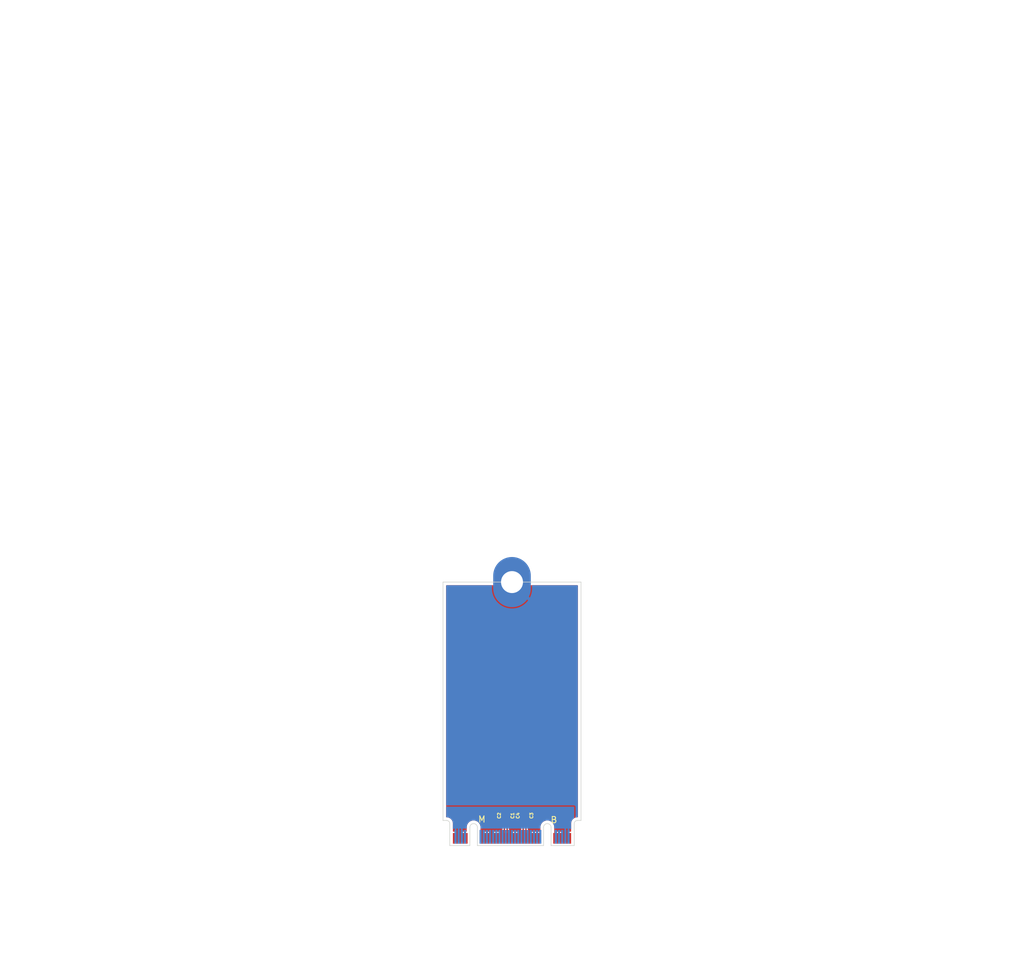
<source format=kicad_pcb>
(kicad_pcb (version 20241229) (generator "pcbnew") (generator_version "9.0")
  (layers (0 "F.Cu" signal) (2 "B.Cu" signal) (13 "F.Paste" user) (15 "B.Paste" user) (5 "F.SilkS" user "F.Silkscreen") (7 "B.SilkS" user "B.Silkscreen") (1 "F.Mask" user) (3 "B.Mask" user) (25 "Edge.Cuts" user))
  (net 0 "")
  (net 1 "/M.2 B+M Key/PET1P")
  (net 2 "/M.2 B+M Key/PET1N")
  (net 3 "/M.2 B+M Key/PET0P")
  (net 4 "/M.2 B+M Key/PET0N")
  (net 5 "/PET0+")
  (net 6 "GND")
  (net 7 "/PET0-")
  (net 8 "/PET1+")
  (net 9 "/CONFIG_3")
  (net 10 "+3.3V")
  (net 11 "/FULL_CARD_PWR_OFF#")
  (net 12 "/USB_D+")
  (net 13 "/W_DISABLE1#")
  (net 14 "/USB_D-")
  (net 15 "/GPIO_9{slash}LED#1")
  (net 16 "/GPIO_5")
  (net 17 "/CONFIG_0")
  (net 18 "/GPIO_6")
  (net 19 "/DPR")
  (net 20 "/GPIO_7")
  (net 21 "/GPIO_11")
  (net 22 "/GPIO_10")
  (net 23 "/GPIO_8")
  (net 24 "/UIM-RESET")
  (net 25 "/UIM-CLK")
  (net 26 "/UIM-DATA")
  (net 27 "/PER1-")
  (net 28 "/UIM-PWR")
  (net 29 "/PER1+")
  (net 30 "/DEVSLP")
  (net 31 "/GPIO_0")
  (net 32 "/GPIO_1")
  (net 33 "/GPIO_2")
  (net 34 "/GPIO_3")
  (net 35 "/PER0-")
  (net 36 "/GPIO_4")
  (net 37 "/PER0+")
  (net 38 "/PERST#")
  (net 39 "/CLKREQ#")
  (net 40 "/REFCLK-")
  (net 41 "/PEWAKE#")
  (net 42 "/REFCLK+")
  (net 45 "/RESET#")
  (net 46 "/SUSCLK")
  (net 47 "/CONFIG_1")
  (net 48 "/CONFIG_2")
  (net 49 "/PET1-")
  (footprint "Athena KiCAd library:M.2 Mounting Pad" (layer "F.Cu") (at 108.51 117.59)
    (property "Reference" "H1")
    (property "Value" "MountingHole_Pad")
    (pad "1" thru_hole circle (at 0 0) (size 5.5 5.5) (drill 3.5) (property pad_prop_castellated) (layers "*.Cu" "*.Mask") (net 6 "GND") (padstack (mode front_inner_back) (layer "Inner" (shape circle) (size 5.5 5.5)) (layer "B.Cu" (shape oval) (size 6 8))))
  )
  (footprint "Capacitor_SMD:C_0201_0603Metric" (layer "F.Cu") (at 110.86 154.82 90)
    (property "Reference" "C3" (at 0 0.75 90) (layer "F.SilkS") (effects (font (size 0.5 0.5))))
    (property "Value" "220nF")
    (pad "1" smd roundrect (at -0.32 0 90) (size 0.46 0.4) (layers "F.Cu" "F.Mask") (net 2 "/M.2 B+M Key/PET1N"))
    (pad "2" smd roundrect (at 0.32 0 90) (size 0.46 0.4) (layers "F.Cu" "F.Mask") (net 49 "/PET1-"))
  )
  (footprint "Capacitor_SMD:C_0201_0603Metric" (layer "F.Cu") (at 110.16 154.82 90)
    (property "Reference" "C4" (at 0 -0.71 90) (layer "F.SilkS") (effects (font (size 0.5 0.5))))
    (property "Value" "220nF")
    (pad "1" smd roundrect (at -0.32 0 90) (size 0.46 0.4) (layers "F.Cu" "F.Mask") (net 1 "/M.2 B+M Key/PET1P"))
    (pad "2" smd roundrect (at 0.32 0 90) (size 0.46 0.4) (layers "F.Cu" "F.Mask") (net 8 "/PET1+"))
  )
  (footprint "PCIexpress:M.2 B+M Key Connector" (layer "F.Cu") (at 108.51 158.48)
    (property "Reference" "J1")
    (property "Value" "~")
    (fp_line (start -11 -2.89) (end -10.425 -2.89) (stroke (width 0.1)) (layer "Edge.Cuts"))
    (fp_line (start -9.925 -2.39) (end -9.925 1.11) (stroke (width 0.1)) (layer "Edge.Cuts"))
    (fp_line (start -6.72 -1.79) (end -6.72 1.11) (stroke (width 0.1)) (layer "Edge.Cuts"))
    (fp_line (start -6.72 1.11) (end -9.925 1.11) (stroke (width 0.1)) (layer "Edge.Cuts"))
    (fp_line (start -5.52 -1.79) (end -5.52 1.11) (stroke (width 0.1)) (layer "Edge.Cuts"))
    (fp_line (start -5.52 1.11) (end 5.03 1.11) (stroke (width 0.1)) (layer "Edge.Cuts"))
    (fp_line (start 5.03 -1.79) (end 5.03 1.11) (stroke (width 0.1)) (layer "Edge.Cuts"))
    (fp_line (start 6.23 -1.79) (end 6.23 1.11) (stroke (width 0.1)) (layer "Edge.Cuts"))
    (fp_line (start 6.23 1.11) (end 9.925 1.11) (stroke (width 0.1)) (layer "Edge.Cuts"))
    (fp_line (start 9.925 -2.39) (end 9.925 1.11) (stroke (width 0.1)) (layer "Edge.Cuts"))
    (fp_line (start 10.425 -2.89) (end 11 -2.89) (stroke (width 0.1)) (layer "Edge.Cuts"))
    (fp_arc (start -10.425 -2.89) (mid -10.071447 -2.743553) (end -9.925 -2.39) (stroke (width 0.1)) (layer "Edge.Cuts"))
    (fp_arc (start -6.72 -1.79) (mid -6.12 -2.39) (end -5.52 -1.79) (stroke (width 0.1)) (layer "Edge.Cuts"))
    (fp_arc (start 5.03 -1.79) (mid 5.63 -2.39) (end 6.23 -1.79) (stroke (width 0.1)) (layer "Edge.Cuts"))
    (fp_arc (start 9.925 -2.39) (mid 10.071447 -2.743553) (end 10.425 -2.89) (stroke (width 0.1)) (layer "Edge.Cuts"))
    (fp_text user "M" (at -5.475 -2.49 0) (layer "F.SilkS") (effects (justify left bottom)))
    (fp_text user "B" (at 6.085 -2.395 0) (layer "F.SilkS") (effects (justify left bottom)))
    (pad "1" smd rect (at 9.25 -0.04 180) (size 0.35 1.7) (layers "F.Cu") (net 9 "/CONFIG_3"))
    (pad "2" smd rect (at 9 -0.29 180) (size 0.35 2.2) (layers "B.Cu") (net 10 "+3.3V"))
    (pad "3" smd rect (at 8.75 -0.04 180) (size 0.35 1.7) (layers "F.Cu") (net 6 "GND"))
    (pad "4" smd rect (at 8.5 -0.29 180) (size 0.35 2.2) (layers "B.Cu") (net 10 "+3.3V"))
    (pad "5" smd rect (at 8.25 -0.04 180) (size 0.35 1.7) (layers "F.Cu") (net 6 "GND"))
    (pad "6" smd rect (at 8 -0.29 180) (size 0.35 2.2) (layers "B.Cu") (net 11 "/FULL_CARD_PWR_OFF#"))
    (pad "7" smd rect (at 7.75 -0.04 180) (size 0.35 1.7) (layers "F.Cu") (net 12 "/USB_D+"))
    (pad "8" smd rect (at 7.5 -0.29 180) (size 0.35 2.2) (layers "B.Cu") (net 13 "/W_DISABLE1#"))
    (pad "9" smd rect (at 7.25 -0.04 180) (size 0.35 1.7) (layers "F.Cu") (net 14 "/USB_D-"))
    (pad "10" smd rect (at 7 -0.29 180) (size 0.35 2.2) (layers "B.Cu") (net 15 "/GPIO_9{slash}LED#1"))
    (pad "11" smd rect (at 6.75 -0.04 180) (size 0.35 1.7) (layers "F.Cu") (net 6 "GND"))
    (pad "20" smd rect (at 4.5 -0.29 180) (size 0.35 2.2) (layers "B.Cu") (net 16 "/GPIO_5"))
    (pad "21" smd rect (at 4.25 -0.04 180) (size 0.35 1.7) (layers "F.Cu") (net 17 "/CONFIG_0"))
    (pad "22" smd rect (at 4 -0.29 180) (size 0.35 2.2) (layers "B.Cu") (net 18 "/GPIO_6"))
    (pad "23" smd rect (at 3.75 -0.04 180) (size 0.35 1.7) (layers "F.Cu") (net 19 "/DPR"))
    (pad "24" smd rect (at 3.5 -0.29 180) (size 0.35 2.2) (layers "B.Cu") (net 20 "/GPIO_7"))
    (pad "25" smd rect (at 3.25 -0.04 180) (size 0.35 1.7) (layers "F.Cu") (net 21 "/GPIO_11"))
    (pad "26" smd rect (at 3 -0.29 180) (size 0.35 2.2) (layers "B.Cu") (net 22 "/GPIO_10"))
    (pad "27" smd rect (at 2.75 -0.04 180) (size 0.35 1.7) (layers "F.Cu") (net 6 "GND"))
    (pad "28" smd rect (at 2.5 -0.29 180) (size 0.35 2.2) (layers "B.Cu") (net 23 "/GPIO_8"))
    (pad "29" smd rect (at 2.25 -0.04 180) (size 0.35 1.7) (layers "F.Cu") (net 2 "/M.2 B+M Key/PET1N"))
    (pad "30" smd rect (at 2 -0.29 180) (size 0.35 2.2) (layers "B.Cu") (net 24 "/UIM-RESET"))
    (pad "31" smd rect (at 1.75 -0.04 180) (size 0.35 1.7) (layers "F.Cu") (net 1 "/M.2 B+M Key/PET1P"))
    (pad "32" smd rect (at 1.5 -0.29 180) (size 0.35 2.2) (layers "B.Cu") (net 25 "/UIM-CLK"))
    (pad "33" smd rect (at 1.25 -0.04 180) (size 0.35 1.7) (layers "F.Cu") (net 6 "GND"))
    (pad "34" smd rect (at 1 -0.29 180) (size 0.35 2.2) (layers "B.Cu") (net 26 "/UIM-DATA"))
    (pad "35" smd rect (at 0.75 -0.04 180) (size 0.35 1.7) (layers "F.Cu") (net 27 "/PER1-"))
    (pad "36" smd rect (at 0.5 -0.29 180) (size 0.35 2.2) (layers "B.Cu") (net 28 "/UIM-PWR"))
    (pad "37" smd rect (at 0.25 -0.04 180) (size 0.35 1.7) (layers "F.Cu") (net 29 "/PER1+"))
    (pad "38" smd rect (at 0 -0.29 180) (size 0.35 2.2) (layers "B.Cu") (net 30 "/DEVSLP"))
    (pad "39" smd rect (at -0.25 -0.04 180) (size 0.35 1.7) (layers "F.Cu") (net 6 "GND"))
    (pad "40" smd rect (at -0.5 -0.29 180) (size 0.35 2.2) (layers "B.Cu") (net 31 "/GPIO_0"))
    (pad "41" smd rect (at -0.75 -0.04 180) (size 0.35 1.7) (layers "F.Cu") (net 4 "/M.2 B+M Key/PET0N"))
    (pad "42" smd rect (at -1 -0.29 180) (size 0.35 2.2) (layers "B.Cu") (net 32 "/GPIO_1"))
    (pad "43" smd rect (at -1.25 -0.04 180) (size 0.35 1.7) (layers "F.Cu") (net 3 "/M.2 B+M Key/PET0P"))
    (pad "44" smd rect (at -1.5 -0.29 180) (size 0.35 2.2) (layers "B.Cu") (net 33 "/GPIO_2"))
    (pad "45" smd rect (at -1.75 -0.04 180) (size 0.35 1.7) (layers "F.Cu") (net 6 "GND"))
    (pad "46" smd rect (at -2 -0.29 180) (size 0.35 2.2) (layers "B.Cu") (net 34 "/GPIO_3"))
    (pad "47" smd rect (at -2.25 -0.04 180) (size 0.35 1.7) (layers "F.Cu") (net 35 "/PER0-"))
    (pad "48" smd rect (at -2.5 -0.29 180) (size 0.35 2.2) (layers "B.Cu") (net 36 "/GPIO_4"))
    (pad "49" smd rect (at -2.75 -0.04 180) (size 0.35 1.7) (layers "F.Cu") (net 37 "/PER0+"))
    (pad "50" smd rect (at -3 -0.29 180) (size 0.35 2.2) (layers "B.Cu") (net 38 "/PERST#"))
    (pad "51" smd rect (at -3.25 -0.04 180) (size 0.35 1.7) (layers "F.Cu") (net 6 "GND"))
    (pad "52" smd rect (at -3.5 -0.29 180) (size 0.35 2.2) (layers "B.Cu") (net 39 "/CLKREQ#"))
    (pad "53" smd rect (at -3.75 -0.04 180) (size 0.35 1.7) (layers "F.Cu") (net 40 "/REFCLK-"))
    (pad "54" smd rect (at -4 -0.29 180) (size 0.35 2.2) (layers "B.Cu") (net 41 "/PEWAKE#"))
    (pad "55" smd rect (at -4.25 -0.04 180) (size 0.35 1.7) (layers "F.Cu") (net 42 "/REFCLK+"))
    (pad "56" smd rect (at -4.5 -0.29 180) (size 0.35 2.2) (layers "B.Cu"))
    (pad "57" smd rect (at -4.75 -0.04 180) (size 0.35 1.7) (layers "F.Cu") (net 6 "GND"))
    (pad "58" smd rect (at -5 -0.29 180) (size 0.35 2.2) (layers "B.Cu"))
    (pad "67" smd rect (at -7.25 -0.04 180) (size 0.35 1.7) (layers "F.Cu") (net 45 "/RESET#"))
    (pad "68" smd rect (at -7.5 -0.29 180) (size 0.35 2.2) (layers "B.Cu") (net 46 "/SUSCLK"))
    (pad "69" smd rect (at -7.75 -0.04 180) (size 0.35 1.7) (layers "F.Cu") (net 47 "/CONFIG_1"))
    (pad "70" smd rect (at -8 -0.29 180) (size 0.35 2.2) (layers "B.Cu") (net 10 "+3.3V"))
    (pad "71" smd rect (at -8.25 -0.04 180) (size 0.35 1.7) (layers "F.Cu") (net 6 "GND"))
    (pad "72" smd rect (at -8.5 -0.29 180) (size 0.35 2.2) (layers "B.Cu") (net 10 "+3.3V"))
    (pad "73" smd rect (at -8.75 -0.04 180) (size 0.35 1.7) (layers "F.Cu") (net 6 "GND"))
    (pad "74" smd rect (at -9 -0.29 180) (size 0.35 2.2) (layers "B.Cu") (net 10 "+3.3V"))
    (pad "75" smd rect (at -9.25 -0.04 180) (size 0.35 1.7) (layers "F.Cu") (net 48 "/CONFIG_2"))
  )
  (footprint "Capacitor_SMD:C_0201_0603Metric" (layer "F.Cu") (at 107.86 154.82 90)
    (property "Reference" "C1" (at 0 0.73 90) (layer "F.SilkS") (effects (font (size 0.5 0.5))))
    (property "Value" "220nF")
    (pad "1" smd roundrect (at -0.32 0 90) (size 0.46 0.4) (layers "F.Cu" "F.Mask") (net 4 "/M.2 B+M Key/PET0N"))
    (pad "2" smd roundrect (at 0.32 0 90) (size 0.46 0.4) (layers "F.Cu" "F.Mask") (net 7 "/PET0-"))
  )
  (footprint "Capacitor_SMD:C_0201_0603Metric" (layer "F.Cu") (at 107.16 154.82 90)
    (property "Reference" "C2" (at 0 -0.7 90) (layer "F.SilkS") (effects (font (size 0.5 0.5))))
    (property "Value" "220nF")
    (pad "1" smd roundrect (at -0.32 0 90) (size 0.46 0.4) (layers "F.Cu" "F.Mask") (net 3 "/M.2 B+M Key/PET0P"))
    (pad "2" smd roundrect (at 0.32 0 90) (size 0.46 0.4) (layers "F.Cu" "F.Mask") (net 5 "/PET0+"))
  )
  (gr_line (start 97.51 117.59) (end 97.51 155.59) (stroke (width 0.1)) (layer "Edge.Cuts"))
  (gr_line (start 119.51 117.59) (end 97.51 117.59) (stroke (width 0.1)) (layer "Edge.Cuts"))
  (gr_line (start 119.51 155.59) (end 119.51 117.59) (stroke (width 0.1)) (layer "Edge.Cuts"))
  (segment (start 110.285 155.610001) (end 110.16 155.485001) (width 0.2) (layer "F.Cu") (net 1))
  (segment (start 110.26 157.164999) (end 110.285 157.139999) (width 0.2) (layer "F.Cu") (net 1))
  (segment (start 110.285 157.139999) (end 110.285 155.610001) (width 0.2) (layer "F.Cu") (net 1))
  (segment (start 110.16 155.485001) (end 110.16 155.14) (width 0.2) (layer "F.Cu") (net 1))
  (segment (start 110.26 158.44) (end 110.26 157.164999) (width 0.2) (layer "F.Cu") (net 1))
  (segment (start 110.76 157.164999) (end 110.735 157.139999) (width 0.2) (layer "F.Cu") (net 2))
  (segment (start 110.735 157.139999) (end 110.735 155.610001) (width 0.2) (layer "F.Cu") (net 2))
  (segment (start 110.86 155.485001) (end 110.86 155.14) (width 0.2) (layer "F.Cu") (net 2))
  (segment (start 110.735 155.610001) (end 110.86 155.485001) (width 0.2) (layer "F.Cu") (net 2))
  (segment (start 110.76 158.44) (end 110.76 157.164999) (width 0.2) (layer "F.Cu") (net 2))
  (segment (start 107.285 157.139999) (end 107.285 155.610001) (width 0.2) (layer "F.Cu") (net 3))
  (segment (start 107.26 157.164999) (end 107.285 157.139999) (width 0.2) (layer "F.Cu") (net 3))
  (segment (start 107.285 155.610001) (end 107.16 155.485001) (width 0.2) (layer "F.Cu") (net 3))
  (segment (start 107.16 155.485001) (end 107.16 155.14) (width 0.2) (layer "F.Cu") (net 3))
  (segment (start 107.26 158.44) (end 107.26 157.164999) (width 0.2) (layer "F.Cu") (net 3))
  (segment (start 107.76 157.164999) (end 107.735 157.139999) (width 0.2) (layer "F.Cu") (net 4))
  (segment (start 107.86 155.485001) (end 107.86 155.14) (width 0.2) (layer "F.Cu") (net 4))
  (segment (start 107.735 155.610001) (end 107.86 155.485001) (width 0.2) (layer "F.Cu") (net 4))
  (segment (start 107.76 158.44) (end 107.76 157.164999) (width 0.2) (layer "F.Cu") (net 4))
  (segment (start 107.735 157.139999) (end 107.735 155.610001) (width 0.2) (layer "F.Cu") (net 4))
  (zone (net 6) (net_name "GND") (layers "F.Cu" "B.Cu") (connect_pads (clearance 0.2)) (min_thickness 0.15) (fill yes (thermal_gap 0.2) (thermal_bridge_width 0.5))
    (polygon (pts (xy 123.51 157.98) (xy 123.51 49.59) (xy 93.51 49.59) (xy 93.51 157.98)))
  )
  (zone (net 10) (net_name "+3.3V") (layer "B.Cu") (priority 1) (connect_pads (clearance 0.2)) (min_thickness 0.1) (fill yes (thermal_gap 0.2) (thermal_bridge_width 0.25))
    (polygon (pts (xy 118.43 157.77) (xy 118.43 153.405) (xy 118.415 153.39) (xy 97.96 153.39) (xy 97.96 158.02) (xy 118.18 158.02)))
  )
)
</source>
